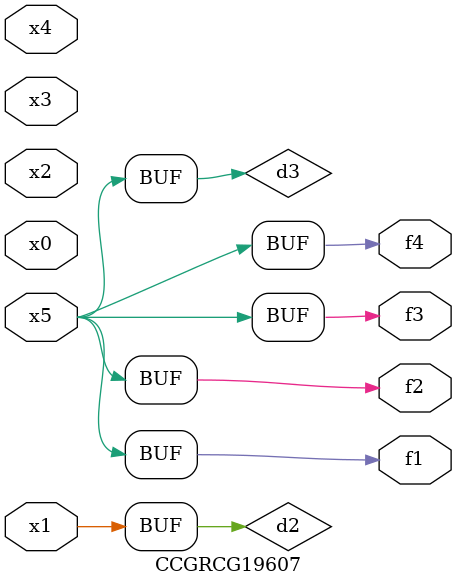
<source format=v>
module CCGRCG19607(
	input x0, x1, x2, x3, x4, x5,
	output f1, f2, f3, f4
);

	wire d1, d2, d3;

	not (d1, x5);
	or (d2, x1);
	xnor (d3, d1);
	assign f1 = d3;
	assign f2 = d3;
	assign f3 = d3;
	assign f4 = d3;
endmodule

</source>
